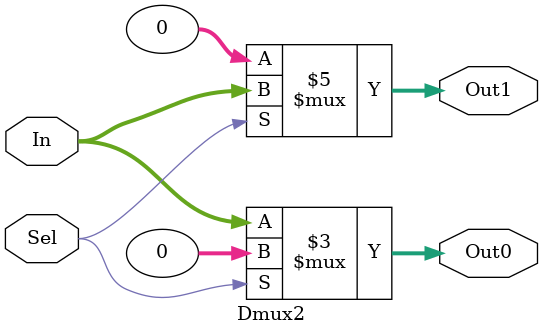
<source format=v>
module Dmux2 #(parameter SIZE = 32) (
    input Sel,
    input [(SIZE-1):0] In,

    output [(SIZE-1):0] Out0,
    output [(SIZE-1):0] Out1
);

assign Out0 = (!Sel) ? In : 1'b0;
assign Out1 =  (Sel) ? In : 1'b0;

endmodule
</source>
